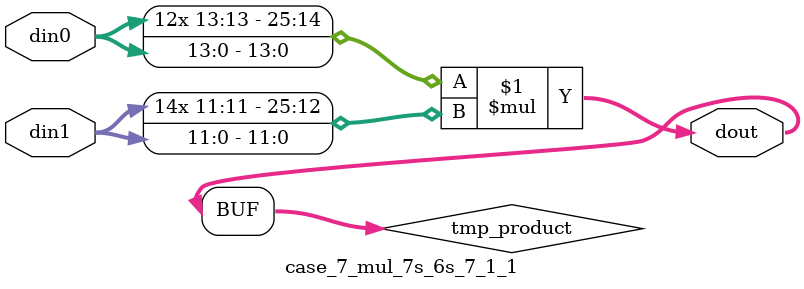
<source format=v>

`timescale 1 ns / 1 ps

 module case_7_mul_7s_6s_7_1_1(din0, din1, dout);
parameter ID = 1;
parameter NUM_STAGE = 0;
parameter din0_WIDTH = 14;
parameter din1_WIDTH = 12;
parameter dout_WIDTH = 26;

input [din0_WIDTH - 1 : 0] din0; 
input [din1_WIDTH - 1 : 0] din1; 
output [dout_WIDTH - 1 : 0] dout;

wire signed [dout_WIDTH - 1 : 0] tmp_product;



























assign tmp_product = $signed(din0) * $signed(din1);








assign dout = tmp_product;





















endmodule

</source>
